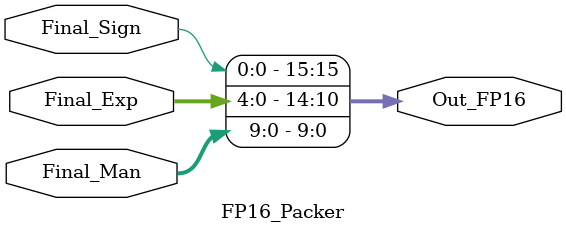
<source format=v>
module FP16_Packer (
    input wire        Final_Sign, // Bit dấu (1 bit)
    input wire [4:0]  Final_Exp,  // Số mũ đã chuẩn hóa (5 bit)
    input wire [9:0]  Final_Man,  // Phân số đã chuẩn hóa [14:5] (10 bit)
    output wire [15:0] Out_FP16    // Kết quả FP16 hoàn chỉnh
);

    // Ghép các thành phần theo đúng thứ tự chuẩn IEEE 754
    assign Out_FP16 = {Final_Sign, Final_Exp, Final_Man};

endmodule
</source>
